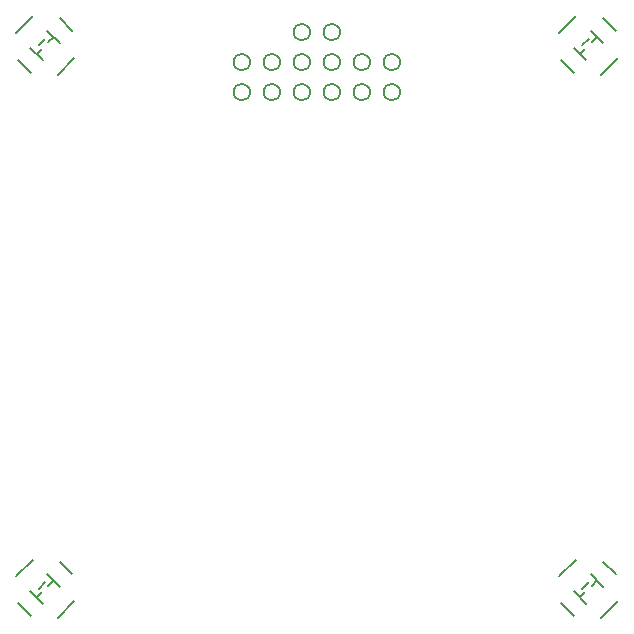
<source format=gbo>
G04*
G04 #@! TF.GenerationSoftware,Altium Limited,Altium Designer,22.2.1 (43)*
G04*
G04 Layer_Color=32896*
%FSLAX44Y44*%
%MOMM*%
G71*
G04*
G04 #@! TF.SameCoordinates,94726236-D1AE-4565-9949-D72E77048C11*
G04*
G04*
G04 #@! TF.FilePolarity,Positive*
G04*
G01*
G75*
%ADD11C,0.2000*%
%ADD13C,0.1500*%
D11*
X19700Y241300D02*
G03*
X19700Y241300I-7000J0D01*
G01*
X-5700D02*
G03*
X-5700Y241300I-7000J0D01*
G01*
X70500Y215900D02*
G03*
X70500Y215900I-7000J0D01*
G01*
X45100D02*
G03*
X45100Y215900I-7000J0D01*
G01*
X19700Y190500D02*
G03*
X19700Y190500I-7000J0D01*
G01*
X-5700D02*
G03*
X-5700Y190500I-7000J0D01*
G01*
X-31100Y215900D02*
G03*
X-31100Y215900I-7000J0D01*
G01*
X-56500D02*
G03*
X-56500Y215900I-7000J0D01*
G01*
X70500Y190500D02*
G03*
X70500Y190500I-7000J0D01*
G01*
X45100D02*
G03*
X45100Y190500I-7000J0D01*
G01*
X19700Y215900D02*
G03*
X19700Y215900I-7000J0D01*
G01*
X-5700D02*
G03*
X-5700Y215900I-7000J0D01*
G01*
X-31100Y190500D02*
G03*
X-31100Y190500I-7000J0D01*
G01*
X-56500D02*
G03*
X-56500Y190500I-7000J0D01*
G01*
X224612Y230000D02*
X230000Y235388D01*
X232694Y232694D02*
X237184Y237184D01*
X222816Y222816D02*
X227306Y227306D01*
X231796Y242572D02*
X242572Y231796D01*
X217428Y228204D02*
X228204Y217428D01*
X-235388Y-230000D02*
X-230000Y-224612D01*
X-227306Y-227306D02*
X-222816Y-222816D01*
X-237184Y-237184D02*
X-232694Y-232694D01*
X-228204Y-217428D02*
X-217428Y-228204D01*
X-242572Y-231796D02*
X-231796Y-242572D01*
X224612Y-230000D02*
X230000Y-224612D01*
X232694Y-227306D02*
X237184Y-222816D01*
X222816Y-237184D02*
X227306Y-232694D01*
X231796Y-217428D02*
X242572Y-228204D01*
X217428Y-231796D02*
X228204Y-242572D01*
X-235388Y230000D02*
X-230000Y235388D01*
X-227306Y232694D02*
X-222816Y237184D01*
X-237184Y222816D02*
X-232694Y227306D01*
X-228204Y242572D02*
X-217428Y231796D01*
X-242572Y228204D02*
X-231796Y217428D01*
D13*
X242374Y252981D02*
X252981Y242374D01*
X207019Y217626D02*
X217626Y207019D01*
X205251Y240607D02*
X219393Y254749D01*
X240607Y205251D02*
X254749Y219393D01*
X-217626Y-207019D02*
X-207019Y-217626D01*
X-252981Y-242374D02*
X-242374Y-252981D01*
X-254749Y-219393D02*
X-240607Y-205251D01*
X-219393Y-254749D02*
X-205251Y-240607D01*
X242374Y-207019D02*
X252981Y-217626D01*
X207019Y-242374D02*
X217626Y-252981D01*
X205251Y-219393D02*
X219393Y-205251D01*
X240607Y-254749D02*
X254749Y-240607D01*
X-217626Y252981D02*
X-207019Y242374D01*
X-252981Y217626D02*
X-242374Y207019D01*
X-254749Y240607D02*
X-240607Y254749D01*
X-219393Y205251D02*
X-205251Y219393D01*
M02*

</source>
